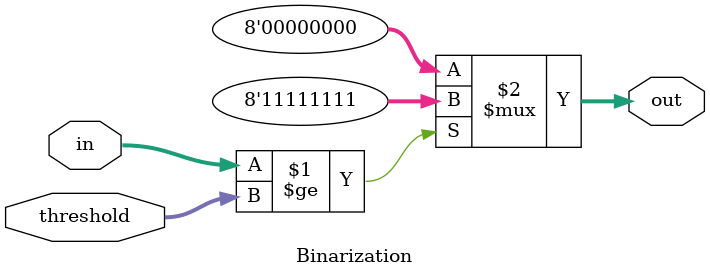
<source format=v>
`timescale 1ns/10ps

module  Binarization(
    input [7:0] threshold,
    input [16:0] in,
    output [7:0] out
	);

assign out = (in>=threshold)? 8'd255:8'd0;

endmodule

</source>
